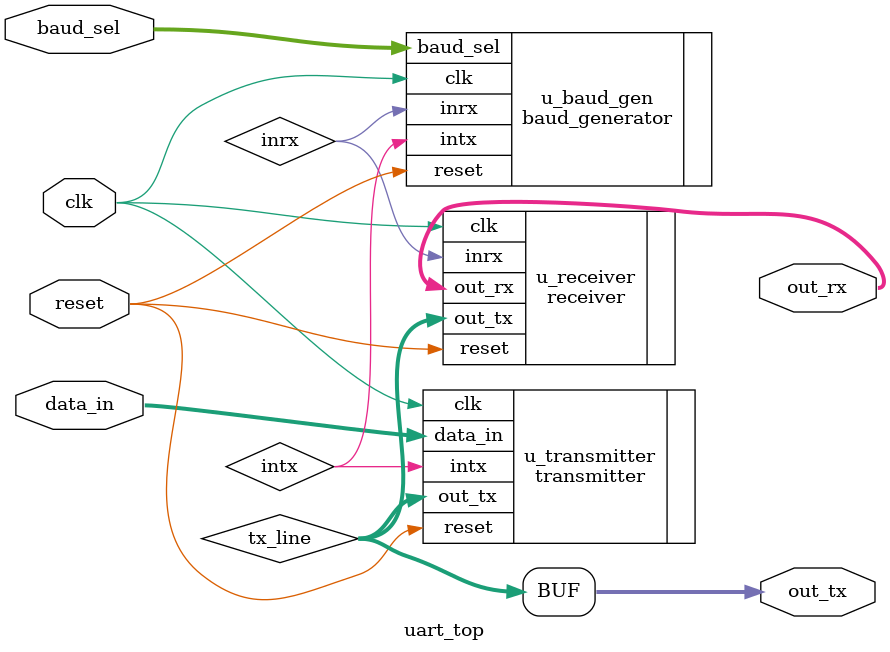
<source format=v>
module uart_top (
    input clk,
    input reset,
    input [7:0] data_in,
    input [1:0] baud_sel,
    output [7:0] out_rx,
    output [10:0] out_tx
);

wire intx, inrx;
wire [10:0] tx_line;

baud_generator u_baud_gen (
    .clk(clk),
    .reset(reset),
    .baud_sel(baud_sel),
    .intx(intx),
    .inrx(inrx)
);

transmitter u_transmitter (
    .clk(clk),
    .reset(reset),
    .data_in(data_in),
    .intx(intx),
    .out_tx(tx_line)
);

receiver u_receiver (
    .clk(clk),
    .reset(reset),
    .out_tx(tx_line),
    .inrx(inrx),
    .out_rx(out_rx)
);

// Output to observe
assign out_tx = tx_line;

endmodule

</source>
